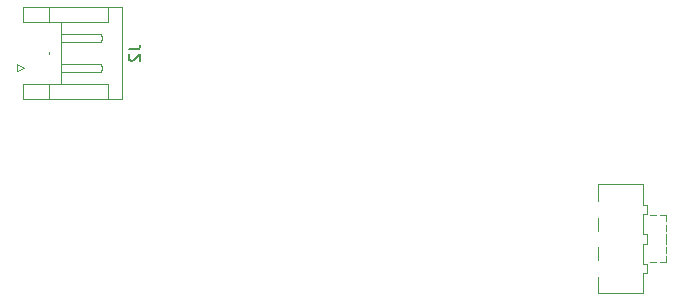
<source format=gbr>
%TF.GenerationSoftware,KiCad,Pcbnew,6.0.5+dfsg-1~bpo11+1*%
%TF.CreationDate,2022-10-03T08:51:32+13:00*%
%TF.ProjectId,ThinCalculator,5468696e-4361-46c6-9375-6c61746f722e,rev?*%
%TF.SameCoordinates,Original*%
%TF.FileFunction,Legend,Bot*%
%TF.FilePolarity,Positive*%
%FSLAX46Y46*%
G04 Gerber Fmt 4.6, Leading zero omitted, Abs format (unit mm)*
G04 Created by KiCad (PCBNEW 6.0.5+dfsg-1~bpo11+1) date 2022-10-03 08:51:32*
%MOMM*%
%LPD*%
G01*
G04 APERTURE LIST*
%ADD10C,0.150000*%
%ADD11C,0.120000*%
G04 APERTURE END LIST*
D10*
%TO.C,J2*%
X117579354Y-40698640D02*
X118293640Y-40698640D01*
X118436497Y-40651021D01*
X118531735Y-40555783D01*
X118579354Y-40412926D01*
X118579354Y-40317688D01*
X117674593Y-41127212D02*
X117626974Y-41174831D01*
X117579354Y-41270069D01*
X117579354Y-41508164D01*
X117626974Y-41603402D01*
X117674593Y-41651021D01*
X117769831Y-41698640D01*
X117865069Y-41698640D01*
X118007926Y-41651021D01*
X118579354Y-41079593D01*
X118579354Y-41698640D01*
D11*
X111816974Y-40101974D02*
X115236974Y-40101974D01*
X110816974Y-43671974D02*
X108616974Y-43671974D01*
X115816974Y-37171974D02*
X115816974Y-38391974D01*
X115236974Y-41961974D02*
X111816974Y-41961974D01*
X110816974Y-43671974D02*
X110816974Y-44891974D01*
X110816974Y-38391974D02*
X110816974Y-37171974D01*
X111816974Y-41961974D02*
X111816974Y-42281974D01*
X108616974Y-44891974D02*
X117036974Y-44891974D01*
X115236974Y-42601974D02*
X115316974Y-42281974D01*
X115236974Y-40101974D02*
X115316974Y-39781974D01*
X117036974Y-44891974D02*
X117036974Y-37171974D01*
X108616974Y-37171974D02*
X108616974Y-38391974D01*
X111816974Y-39781974D02*
X111816974Y-40101974D01*
X108616974Y-43671974D02*
X108616974Y-44891974D01*
X115316974Y-42281974D02*
X115236974Y-41961974D01*
X108126974Y-41981974D02*
X108726974Y-42281974D01*
X111816974Y-42601974D02*
X115236974Y-42601974D01*
X108126974Y-42581974D02*
X108126974Y-41981974D01*
X111816974Y-42281974D02*
X111816974Y-42601974D01*
X115816974Y-44891974D02*
X115816974Y-43671974D01*
X115816974Y-43671974D02*
X110816974Y-43671974D01*
X117036974Y-37171974D02*
X108616974Y-37171974D01*
X108726974Y-42281974D02*
X108126974Y-42581974D01*
X110816974Y-41111974D02*
X110816974Y-40951974D01*
X111816974Y-39461974D02*
X111816974Y-39781974D01*
X115316974Y-39781974D02*
X115236974Y-39461974D01*
X108616974Y-38391974D02*
X110816974Y-38391974D01*
X111816974Y-43671974D02*
X111816974Y-38391974D01*
X115816974Y-38391974D02*
X110816974Y-38391974D01*
X115236974Y-39461974D02*
X111816974Y-39461974D01*
%TO.C,SW1*%
X163048974Y-58259974D02*
X163048974Y-58259974D01*
X163048974Y-57159974D02*
X163048974Y-56359974D01*
X162548974Y-54759974D02*
X162548974Y-54759974D01*
X161148974Y-57159974D02*
X161448974Y-57159974D01*
X157348974Y-54959974D02*
X157348974Y-54959974D01*
X157348974Y-58559974D02*
X157348974Y-57459974D01*
X161148974Y-56359974D02*
X161148974Y-54659974D01*
X161148974Y-54659974D02*
X161448974Y-54659974D01*
X163048974Y-54759974D02*
X162548974Y-54759974D01*
X161448974Y-56359974D02*
X161148974Y-56359974D01*
X163048974Y-58759974D02*
X163048974Y-58259974D01*
X161448974Y-57159974D02*
X161448974Y-56359974D01*
X161148974Y-61359974D02*
X161148974Y-59659974D01*
X163048974Y-56359974D02*
X163048974Y-56359974D01*
X161148974Y-52159974D02*
X157348974Y-52159974D01*
X161148974Y-58859974D02*
X161148974Y-57159974D01*
X161148974Y-53859974D02*
X161148974Y-52159974D01*
X161448974Y-54659974D02*
X161448974Y-53859974D01*
X163048974Y-55559974D02*
X163048974Y-56059974D01*
X163048974Y-58759974D02*
X162548974Y-58759974D01*
X157348974Y-52159974D02*
X157348974Y-53559974D01*
X161448974Y-53859974D02*
X161148974Y-53859974D01*
X157348974Y-59959974D02*
X157348974Y-61359974D01*
X161448974Y-59659974D02*
X161448974Y-58859974D01*
X157348974Y-56059974D02*
X157348974Y-54959974D01*
X161448974Y-58859974D02*
X161148974Y-58859974D01*
X157348974Y-61359974D02*
X161148974Y-61359974D01*
X161148974Y-59659974D02*
X161448974Y-59659974D01*
X161748974Y-58759974D02*
X161748974Y-58759974D01*
X161748974Y-54759974D02*
X161748974Y-54759974D01*
X161148974Y-52159974D02*
X161148974Y-52159974D01*
X163048974Y-54759974D02*
X163048974Y-55259974D01*
X163048974Y-57959974D02*
X163048974Y-57459974D01*
X162548974Y-58759974D02*
X162548974Y-58759974D01*
X163048974Y-56059974D02*
X163048974Y-56059974D01*
X162248974Y-58759974D02*
X161748974Y-58759974D01*
X157348974Y-57459974D02*
X157348974Y-57459974D01*
X163048974Y-55259974D02*
X163048974Y-55259974D01*
X162248974Y-54759974D02*
X161748974Y-54759974D01*
X163048974Y-57459974D02*
X163048974Y-57459974D01*
%TD*%
M02*

</source>
